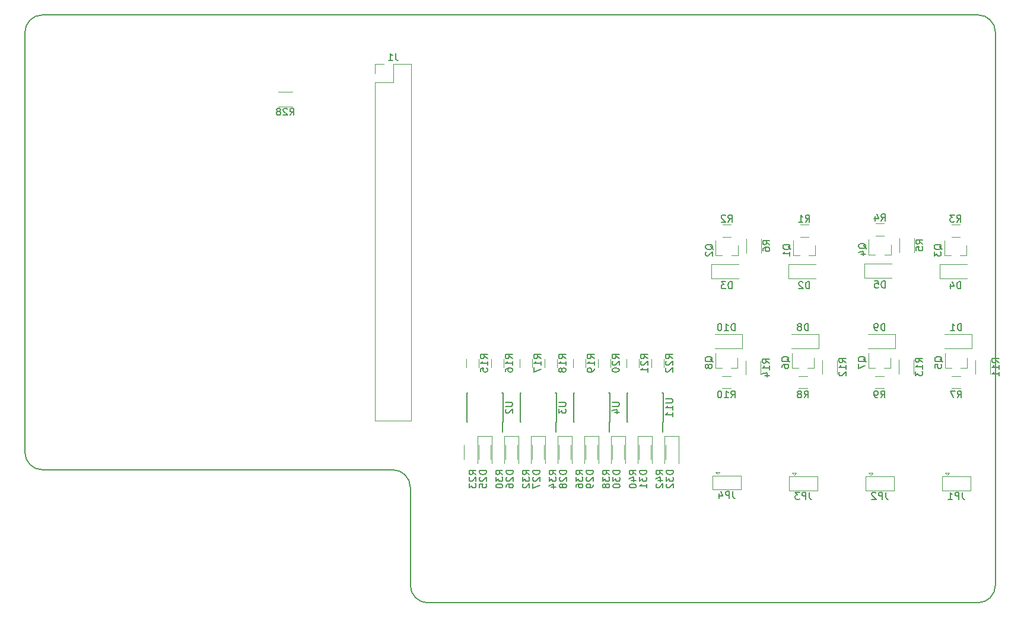
<source format=gbr>
%TF.GenerationSoftware,KiCad,Pcbnew,5.0.1*%
%TF.CreationDate,2019-01-21T13:20:35+01:00*%
%TF.ProjectId,PowerCommander,506F776572436F6D6D616E6465722E6B,rev?*%
%TF.SameCoordinates,Original*%
%TF.FileFunction,Legend,Bot*%
%TF.FilePolarity,Positive*%
%FSLAX46Y46*%
G04 Gerber Fmt 4.6, Leading zero omitted, Abs format (unit mm)*
G04 Created by KiCad (PCBNEW 5.0.1) date Mon 21 Jan 2019 01:20:35 PM CET*
%MOMM*%
%LPD*%
G01*
G04 APERTURE LIST*
%ADD10C,0.150000*%
%ADD11C,0.120000*%
G04 APERTURE END LIST*
D10*
X85000000Y-97500000D02*
X85000000Y-111500000D01*
X87500000Y-114000000D02*
G75*
G02X85000000Y-111500000I0J2500000D01*
G01*
X82500000Y-95000000D02*
G75*
G02X85000000Y-97500000I0J-2500000D01*
G01*
X32500000Y-95000000D02*
X82500000Y-95000000D01*
X166000000Y-30000000D02*
G75*
G02X168500000Y-32500000I0J-2500000D01*
G01*
X168500000Y-111500000D02*
G75*
G02X166000000Y-114000000I-2500000J0D01*
G01*
X32500000Y-95000000D02*
G75*
G02X30000000Y-92500000I0J2500000D01*
G01*
X30000000Y-32500000D02*
G75*
G02X32500000Y-30000000I2500000J0D01*
G01*
X30000000Y-92500000D02*
X30000000Y-32500000D01*
X166000000Y-114000000D02*
X87500000Y-114000000D01*
X168500000Y-32500000D02*
X168500000Y-111500000D01*
X32500000Y-30000000D02*
X166000000Y-30000000D01*
X121016000Y-88181000D02*
X121016000Y-89581000D01*
X115916000Y-88181000D02*
X115916000Y-84031000D01*
X121066000Y-88181000D02*
X121066000Y-84031000D01*
X115916000Y-88181000D02*
X116061000Y-88181000D01*
X115916000Y-84031000D02*
X116061000Y-84031000D01*
X121066000Y-84031000D02*
X120921000Y-84031000D01*
X121066000Y-88181000D02*
X121016000Y-88181000D01*
D11*
X142804000Y-64387000D02*
X142804000Y-62927000D01*
X139644000Y-64387000D02*
X139644000Y-62227000D01*
X139644000Y-64387000D02*
X140574000Y-64387000D01*
X142804000Y-64387000D02*
X141874000Y-64387000D01*
X131755000Y-64387000D02*
X130825000Y-64387000D01*
X128595000Y-64387000D02*
X129525000Y-64387000D01*
X128595000Y-64387000D02*
X128595000Y-62227000D01*
X131755000Y-64387000D02*
X131755000Y-62927000D01*
X141824000Y-59953000D02*
X140624000Y-59953000D01*
X140624000Y-61713000D02*
X141824000Y-61713000D01*
X129575000Y-61713000D02*
X130775000Y-61713000D01*
X130775000Y-59953000D02*
X129575000Y-59953000D01*
X164394000Y-64387000D02*
X163464000Y-64387000D01*
X161234000Y-64387000D02*
X162164000Y-64387000D01*
X161234000Y-64387000D02*
X161234000Y-62227000D01*
X164394000Y-64387000D02*
X164394000Y-62927000D01*
X153599000Y-64260000D02*
X153599000Y-62800000D01*
X150439000Y-64260000D02*
X150439000Y-62100000D01*
X150439000Y-64260000D02*
X151369000Y-64260000D01*
X153599000Y-64260000D02*
X152669000Y-64260000D01*
X162214000Y-61713000D02*
X163414000Y-61713000D01*
X163414000Y-59953000D02*
X162214000Y-59953000D01*
X152619000Y-59826000D02*
X151419000Y-59826000D01*
X151419000Y-61586000D02*
X152619000Y-61586000D01*
X164473000Y-80452500D02*
X163543000Y-80452500D01*
X161313000Y-80452500D02*
X162243000Y-80452500D01*
X161313000Y-80452500D02*
X161313000Y-78292500D01*
X164473000Y-80452500D02*
X164473000Y-78992500D01*
X142629000Y-80452500D02*
X142629000Y-78992500D01*
X139469000Y-80452500D02*
X139469000Y-78292500D01*
X139469000Y-80452500D02*
X140399000Y-80452500D01*
X142629000Y-80452500D02*
X141699000Y-80452500D01*
X153551000Y-80452500D02*
X153551000Y-78992500D01*
X150391000Y-80452500D02*
X150391000Y-78292500D01*
X150391000Y-80452500D02*
X151321000Y-80452500D01*
X153551000Y-80452500D02*
X152621000Y-80452500D01*
X131707000Y-80452500D02*
X130777000Y-80452500D01*
X128547000Y-80452500D02*
X129477000Y-80452500D01*
X128547000Y-80452500D02*
X128547000Y-78292500D01*
X131707000Y-80452500D02*
X131707000Y-78992500D01*
X162293000Y-83366500D02*
X163493000Y-83366500D01*
X163493000Y-81606500D02*
X162293000Y-81606500D01*
X141649000Y-81606500D02*
X140449000Y-81606500D01*
X140449000Y-83366500D02*
X141649000Y-83366500D01*
X151371000Y-83366500D02*
X152571000Y-83366500D01*
X152571000Y-81606500D02*
X151371000Y-81606500D01*
X130727000Y-81606500D02*
X129527000Y-81606500D01*
X129527000Y-83366500D02*
X130727000Y-83366500D01*
X79950000Y-37024000D02*
X81220000Y-37024000D01*
X79950000Y-38354000D02*
X79950000Y-37024000D01*
X82550000Y-39624000D02*
X79950000Y-39624000D01*
X82550000Y-37024000D02*
X82550000Y-39624000D01*
X85150000Y-37024000D02*
X82550000Y-37024000D01*
X85150000Y-87944000D02*
X85150000Y-37024000D01*
X79950000Y-87944000D02*
X85150000Y-87944000D01*
X79950000Y-39624000D02*
X79950000Y-87944000D01*
X94733000Y-80356000D02*
X94733000Y-79156000D01*
X92973000Y-79156000D02*
X92973000Y-80356000D01*
X96529000Y-79156000D02*
X96529000Y-80356000D01*
X98289000Y-80356000D02*
X98289000Y-79156000D01*
X102353000Y-80356000D02*
X102353000Y-79156000D01*
X100593000Y-79156000D02*
X100593000Y-80356000D01*
X104149000Y-79156000D02*
X104149000Y-80356000D01*
X105909000Y-80356000D02*
X105909000Y-79156000D01*
X109973000Y-80356000D02*
X109973000Y-79156000D01*
X108213000Y-79156000D02*
X108213000Y-80356000D01*
X111769000Y-79156000D02*
X111769000Y-80356000D01*
X113529000Y-80356000D02*
X113529000Y-79156000D01*
X117593000Y-80356000D02*
X117593000Y-79156000D01*
X115833000Y-79156000D02*
X115833000Y-80356000D01*
X121149000Y-80356000D02*
X121149000Y-79156000D01*
X119389000Y-79156000D02*
X119389000Y-80356000D01*
D10*
X98206000Y-88181000D02*
X98156000Y-88181000D01*
X98206000Y-84031000D02*
X98061000Y-84031000D01*
X93056000Y-84031000D02*
X93201000Y-84031000D01*
X93056000Y-88181000D02*
X93201000Y-88181000D01*
X98206000Y-88181000D02*
X98206000Y-84031000D01*
X93056000Y-88181000D02*
X93056000Y-84031000D01*
X98156000Y-88181000D02*
X98156000Y-89581000D01*
X105776000Y-88181000D02*
X105776000Y-89581000D01*
X100676000Y-88181000D02*
X100676000Y-84031000D01*
X105826000Y-88181000D02*
X105826000Y-84031000D01*
X100676000Y-88181000D02*
X100821000Y-88181000D01*
X100676000Y-84031000D02*
X100821000Y-84031000D01*
X105826000Y-84031000D02*
X105681000Y-84031000D01*
X105826000Y-88181000D02*
X105776000Y-88181000D01*
X113446000Y-88181000D02*
X113396000Y-88181000D01*
X113446000Y-84031000D02*
X113301000Y-84031000D01*
X108296000Y-84031000D02*
X108441000Y-84031000D01*
X108296000Y-88181000D02*
X108441000Y-88181000D01*
X113446000Y-88181000D02*
X113446000Y-84031000D01*
X108296000Y-88181000D02*
X108296000Y-84031000D01*
X113396000Y-88181000D02*
X113396000Y-89581000D01*
D11*
X160891000Y-97964500D02*
X164991000Y-97964500D01*
X164991000Y-97964500D02*
X164991000Y-95964500D01*
X164991000Y-95964500D02*
X160891000Y-95964500D01*
X160891000Y-95964500D02*
X160891000Y-97964500D01*
X161641000Y-95764500D02*
X161341000Y-95464500D01*
X161341000Y-95464500D02*
X161941000Y-95464500D01*
X161641000Y-95764500D02*
X161941000Y-95464500D01*
X150719000Y-95764500D02*
X151019000Y-95464500D01*
X150419000Y-95464500D02*
X151019000Y-95464500D01*
X150719000Y-95764500D02*
X150419000Y-95464500D01*
X149969000Y-95964500D02*
X149969000Y-97964500D01*
X154069000Y-95964500D02*
X149969000Y-95964500D01*
X154069000Y-97964500D02*
X154069000Y-95964500D01*
X149969000Y-97964500D02*
X154069000Y-97964500D01*
X139797000Y-95764500D02*
X140097000Y-95464500D01*
X139497000Y-95464500D02*
X140097000Y-95464500D01*
X139797000Y-95764500D02*
X139497000Y-95464500D01*
X139047000Y-95964500D02*
X139047000Y-97964500D01*
X143147000Y-95964500D02*
X139047000Y-95964500D01*
X143147000Y-97964500D02*
X143147000Y-95964500D01*
X139047000Y-97964500D02*
X143147000Y-97964500D01*
X128125000Y-97837500D02*
X132225000Y-97837500D01*
X132225000Y-97837500D02*
X132225000Y-95837500D01*
X132225000Y-95837500D02*
X128125000Y-95837500D01*
X128125000Y-95837500D02*
X128125000Y-97837500D01*
X128875000Y-95637500D02*
X128575000Y-95337500D01*
X128575000Y-95337500D02*
X129175000Y-95337500D01*
X128875000Y-95637500D02*
X129175000Y-95337500D01*
X94631000Y-90205000D02*
X94631000Y-94105000D01*
X96631000Y-90205000D02*
X96631000Y-94105000D01*
X94631000Y-90205000D02*
X96631000Y-90205000D01*
X98441000Y-90207000D02*
X100441000Y-90207000D01*
X100441000Y-90207000D02*
X100441000Y-94107000D01*
X98441000Y-90207000D02*
X98441000Y-94107000D01*
X102251000Y-90207000D02*
X102251000Y-94107000D01*
X104251000Y-90207000D02*
X104251000Y-94107000D01*
X102251000Y-90207000D02*
X104251000Y-90207000D01*
X106061000Y-90207000D02*
X106061000Y-94107000D01*
X108061000Y-90207000D02*
X108061000Y-94107000D01*
X106061000Y-90207000D02*
X108061000Y-90207000D01*
X109871000Y-90207000D02*
X111871000Y-90207000D01*
X111871000Y-90207000D02*
X111871000Y-94107000D01*
X109871000Y-90207000D02*
X109871000Y-94107000D01*
X113681000Y-90207000D02*
X115681000Y-90207000D01*
X115681000Y-90207000D02*
X115681000Y-94107000D01*
X113681000Y-90207000D02*
X113681000Y-94107000D01*
X117491000Y-90205000D02*
X117491000Y-94105000D01*
X119491000Y-90205000D02*
X119491000Y-94105000D01*
X117491000Y-90205000D02*
X119491000Y-90205000D01*
X121301000Y-90207000D02*
X123301000Y-90207000D01*
X123301000Y-90207000D02*
X123301000Y-94107000D01*
X121301000Y-90207000D02*
X121301000Y-94107000D01*
X92656000Y-91456000D02*
X92656000Y-93456000D01*
X94796000Y-93456000D02*
X94796000Y-91456000D01*
X68183000Y-40967000D02*
X66183000Y-40967000D01*
X66183000Y-43107000D02*
X68183000Y-43107000D01*
X96466000Y-91456000D02*
X96466000Y-93456000D01*
X98606000Y-93456000D02*
X98606000Y-91456000D01*
X100276000Y-91456000D02*
X100276000Y-93456000D01*
X102416000Y-93456000D02*
X102416000Y-91456000D01*
X106226000Y-93456000D02*
X106226000Y-91456000D01*
X104086000Y-91456000D02*
X104086000Y-93456000D01*
X110036000Y-93456000D02*
X110036000Y-91456000D01*
X107896000Y-91456000D02*
X107896000Y-93456000D01*
X113846000Y-93456000D02*
X113846000Y-91456000D01*
X111706000Y-91456000D02*
X111706000Y-93456000D01*
X117656000Y-93456000D02*
X117656000Y-91456000D01*
X115516000Y-91456000D02*
X115516000Y-93456000D01*
X119326000Y-91456000D02*
X119326000Y-93456000D01*
X121466000Y-93456000D02*
X121466000Y-91456000D01*
X165143000Y-75644500D02*
X161243000Y-75644500D01*
X165143000Y-77644500D02*
X161243000Y-77644500D01*
X165143000Y-75644500D02*
X165143000Y-77644500D01*
X138974000Y-67675000D02*
X142874000Y-67675000D01*
X138974000Y-65675000D02*
X142874000Y-65675000D01*
X138974000Y-67675000D02*
X138974000Y-65675000D01*
X127925000Y-67675000D02*
X127925000Y-65675000D01*
X127925000Y-65675000D02*
X131825000Y-65675000D01*
X127925000Y-67675000D02*
X131825000Y-67675000D01*
X160564000Y-67675000D02*
X164464000Y-67675000D01*
X160564000Y-65675000D02*
X164464000Y-65675000D01*
X160564000Y-67675000D02*
X160564000Y-65675000D01*
X149769000Y-67548000D02*
X149769000Y-65548000D01*
X149769000Y-65548000D02*
X153669000Y-65548000D01*
X149769000Y-67548000D02*
X153669000Y-67548000D01*
X143299000Y-75644500D02*
X139399000Y-75644500D01*
X143299000Y-77644500D02*
X139399000Y-77644500D01*
X143299000Y-75644500D02*
X143299000Y-77644500D01*
X154221000Y-75644500D02*
X154221000Y-77644500D01*
X154221000Y-77644500D02*
X150321000Y-77644500D01*
X154221000Y-75644500D02*
X150321000Y-75644500D01*
X132377000Y-75644500D02*
X132377000Y-77644500D01*
X132377000Y-77644500D02*
X128477000Y-77644500D01*
X132377000Y-75644500D02*
X128477000Y-75644500D01*
X156899000Y-63918000D02*
X156899000Y-61918000D01*
X154759000Y-61918000D02*
X154759000Y-63918000D01*
X132915000Y-61992000D02*
X132915000Y-63992000D01*
X135055000Y-63992000D02*
X135055000Y-61992000D01*
X165633000Y-79327500D02*
X165633000Y-81327500D01*
X167773000Y-81327500D02*
X167773000Y-79327500D01*
X145929000Y-81327500D02*
X145929000Y-79327500D01*
X143789000Y-79327500D02*
X143789000Y-81327500D01*
X154711000Y-79280500D02*
X154711000Y-81280500D01*
X156851000Y-81280500D02*
X156851000Y-79280500D01*
X135007000Y-81407500D02*
X135007000Y-79407500D01*
X132867000Y-79407500D02*
X132867000Y-81407500D01*
D10*
X121443380Y-84867904D02*
X122252904Y-84867904D01*
X122348142Y-84915523D01*
X122395761Y-84963142D01*
X122443380Y-85058380D01*
X122443380Y-85248857D01*
X122395761Y-85344095D01*
X122348142Y-85391714D01*
X122252904Y-85439333D01*
X121443380Y-85439333D01*
X122443380Y-86439333D02*
X122443380Y-85867904D01*
X122443380Y-86153619D02*
X121443380Y-86153619D01*
X121586238Y-86058380D01*
X121681476Y-85963142D01*
X121729095Y-85867904D01*
X122443380Y-87391714D02*
X122443380Y-86820285D01*
X122443380Y-87106000D02*
X121443380Y-87106000D01*
X121586238Y-87010761D01*
X121681476Y-86915523D01*
X121729095Y-86820285D01*
X139271619Y-63531761D02*
X139224000Y-63436523D01*
X139128761Y-63341285D01*
X138985904Y-63198428D01*
X138938285Y-63103190D01*
X138938285Y-63007952D01*
X139176380Y-63055571D02*
X139128761Y-62960333D01*
X139033523Y-62865095D01*
X138843047Y-62817476D01*
X138509714Y-62817476D01*
X138319238Y-62865095D01*
X138224000Y-62960333D01*
X138176380Y-63055571D01*
X138176380Y-63246047D01*
X138224000Y-63341285D01*
X138319238Y-63436523D01*
X138509714Y-63484142D01*
X138843047Y-63484142D01*
X139033523Y-63436523D01*
X139128761Y-63341285D01*
X139176380Y-63246047D01*
X139176380Y-63055571D01*
X139176380Y-64436523D02*
X139176380Y-63865095D01*
X139176380Y-64150809D02*
X138176380Y-64150809D01*
X138319238Y-64055571D01*
X138414476Y-63960333D01*
X138462095Y-63865095D01*
X128222619Y-63531761D02*
X128175000Y-63436523D01*
X128079761Y-63341285D01*
X127936904Y-63198428D01*
X127889285Y-63103190D01*
X127889285Y-63007952D01*
X128127380Y-63055571D02*
X128079761Y-62960333D01*
X127984523Y-62865095D01*
X127794047Y-62817476D01*
X127460714Y-62817476D01*
X127270238Y-62865095D01*
X127175000Y-62960333D01*
X127127380Y-63055571D01*
X127127380Y-63246047D01*
X127175000Y-63341285D01*
X127270238Y-63436523D01*
X127460714Y-63484142D01*
X127794047Y-63484142D01*
X127984523Y-63436523D01*
X128079761Y-63341285D01*
X128127380Y-63246047D01*
X128127380Y-63055571D01*
X127222619Y-63865095D02*
X127175000Y-63912714D01*
X127127380Y-64007952D01*
X127127380Y-64246047D01*
X127175000Y-64341285D01*
X127222619Y-64388904D01*
X127317857Y-64436523D01*
X127413095Y-64436523D01*
X127555952Y-64388904D01*
X128127380Y-63817476D01*
X128127380Y-64436523D01*
X141390666Y-59585380D02*
X141724000Y-59109190D01*
X141962095Y-59585380D02*
X141962095Y-58585380D01*
X141581142Y-58585380D01*
X141485904Y-58633000D01*
X141438285Y-58680619D01*
X141390666Y-58775857D01*
X141390666Y-58918714D01*
X141438285Y-59013952D01*
X141485904Y-59061571D01*
X141581142Y-59109190D01*
X141962095Y-59109190D01*
X140438285Y-59585380D02*
X141009714Y-59585380D01*
X140724000Y-59585380D02*
X140724000Y-58585380D01*
X140819238Y-58728238D01*
X140914476Y-58823476D01*
X141009714Y-58871095D01*
X130341666Y-59585380D02*
X130675000Y-59109190D01*
X130913095Y-59585380D02*
X130913095Y-58585380D01*
X130532142Y-58585380D01*
X130436904Y-58633000D01*
X130389285Y-58680619D01*
X130341666Y-58775857D01*
X130341666Y-58918714D01*
X130389285Y-59013952D01*
X130436904Y-59061571D01*
X130532142Y-59109190D01*
X130913095Y-59109190D01*
X129960714Y-58680619D02*
X129913095Y-58633000D01*
X129817857Y-58585380D01*
X129579761Y-58585380D01*
X129484523Y-58633000D01*
X129436904Y-58680619D01*
X129389285Y-58775857D01*
X129389285Y-58871095D01*
X129436904Y-59013952D01*
X130008333Y-59585380D01*
X129389285Y-59585380D01*
X160861619Y-63531761D02*
X160814000Y-63436523D01*
X160718761Y-63341285D01*
X160575904Y-63198428D01*
X160528285Y-63103190D01*
X160528285Y-63007952D01*
X160766380Y-63055571D02*
X160718761Y-62960333D01*
X160623523Y-62865095D01*
X160433047Y-62817476D01*
X160099714Y-62817476D01*
X159909238Y-62865095D01*
X159814000Y-62960333D01*
X159766380Y-63055571D01*
X159766380Y-63246047D01*
X159814000Y-63341285D01*
X159909238Y-63436523D01*
X160099714Y-63484142D01*
X160433047Y-63484142D01*
X160623523Y-63436523D01*
X160718761Y-63341285D01*
X160766380Y-63246047D01*
X160766380Y-63055571D01*
X159766380Y-63817476D02*
X159766380Y-64436523D01*
X160147333Y-64103190D01*
X160147333Y-64246047D01*
X160194952Y-64341285D01*
X160242571Y-64388904D01*
X160337809Y-64436523D01*
X160575904Y-64436523D01*
X160671142Y-64388904D01*
X160718761Y-64341285D01*
X160766380Y-64246047D01*
X160766380Y-63960333D01*
X160718761Y-63865095D01*
X160671142Y-63817476D01*
X150066619Y-63404761D02*
X150019000Y-63309523D01*
X149923761Y-63214285D01*
X149780904Y-63071428D01*
X149733285Y-62976190D01*
X149733285Y-62880952D01*
X149971380Y-62928571D02*
X149923761Y-62833333D01*
X149828523Y-62738095D01*
X149638047Y-62690476D01*
X149304714Y-62690476D01*
X149114238Y-62738095D01*
X149019000Y-62833333D01*
X148971380Y-62928571D01*
X148971380Y-63119047D01*
X149019000Y-63214285D01*
X149114238Y-63309523D01*
X149304714Y-63357142D01*
X149638047Y-63357142D01*
X149828523Y-63309523D01*
X149923761Y-63214285D01*
X149971380Y-63119047D01*
X149971380Y-62928571D01*
X149304714Y-64214285D02*
X149971380Y-64214285D01*
X148923761Y-63976190D02*
X149638047Y-63738095D01*
X149638047Y-64357142D01*
X162980666Y-59585380D02*
X163314000Y-59109190D01*
X163552095Y-59585380D02*
X163552095Y-58585380D01*
X163171142Y-58585380D01*
X163075904Y-58633000D01*
X163028285Y-58680619D01*
X162980666Y-58775857D01*
X162980666Y-58918714D01*
X163028285Y-59013952D01*
X163075904Y-59061571D01*
X163171142Y-59109190D01*
X163552095Y-59109190D01*
X162647333Y-58585380D02*
X162028285Y-58585380D01*
X162361619Y-58966333D01*
X162218761Y-58966333D01*
X162123523Y-59013952D01*
X162075904Y-59061571D01*
X162028285Y-59156809D01*
X162028285Y-59394904D01*
X162075904Y-59490142D01*
X162123523Y-59537761D01*
X162218761Y-59585380D01*
X162504476Y-59585380D01*
X162599714Y-59537761D01*
X162647333Y-59490142D01*
X152185666Y-59458380D02*
X152519000Y-58982190D01*
X152757095Y-59458380D02*
X152757095Y-58458380D01*
X152376142Y-58458380D01*
X152280904Y-58506000D01*
X152233285Y-58553619D01*
X152185666Y-58648857D01*
X152185666Y-58791714D01*
X152233285Y-58886952D01*
X152280904Y-58934571D01*
X152376142Y-58982190D01*
X152757095Y-58982190D01*
X151328523Y-58791714D02*
X151328523Y-59458380D01*
X151566619Y-58410761D02*
X151804714Y-59125047D01*
X151185666Y-59125047D01*
X160940619Y-79597261D02*
X160893000Y-79502023D01*
X160797761Y-79406785D01*
X160654904Y-79263928D01*
X160607285Y-79168690D01*
X160607285Y-79073452D01*
X160845380Y-79121071D02*
X160797761Y-79025833D01*
X160702523Y-78930595D01*
X160512047Y-78882976D01*
X160178714Y-78882976D01*
X159988238Y-78930595D01*
X159893000Y-79025833D01*
X159845380Y-79121071D01*
X159845380Y-79311547D01*
X159893000Y-79406785D01*
X159988238Y-79502023D01*
X160178714Y-79549642D01*
X160512047Y-79549642D01*
X160702523Y-79502023D01*
X160797761Y-79406785D01*
X160845380Y-79311547D01*
X160845380Y-79121071D01*
X159845380Y-80454404D02*
X159845380Y-79978214D01*
X160321571Y-79930595D01*
X160273952Y-79978214D01*
X160226333Y-80073452D01*
X160226333Y-80311547D01*
X160273952Y-80406785D01*
X160321571Y-80454404D01*
X160416809Y-80502023D01*
X160654904Y-80502023D01*
X160750142Y-80454404D01*
X160797761Y-80406785D01*
X160845380Y-80311547D01*
X160845380Y-80073452D01*
X160797761Y-79978214D01*
X160750142Y-79930595D01*
X139096619Y-79597261D02*
X139049000Y-79502023D01*
X138953761Y-79406785D01*
X138810904Y-79263928D01*
X138763285Y-79168690D01*
X138763285Y-79073452D01*
X139001380Y-79121071D02*
X138953761Y-79025833D01*
X138858523Y-78930595D01*
X138668047Y-78882976D01*
X138334714Y-78882976D01*
X138144238Y-78930595D01*
X138049000Y-79025833D01*
X138001380Y-79121071D01*
X138001380Y-79311547D01*
X138049000Y-79406785D01*
X138144238Y-79502023D01*
X138334714Y-79549642D01*
X138668047Y-79549642D01*
X138858523Y-79502023D01*
X138953761Y-79406785D01*
X139001380Y-79311547D01*
X139001380Y-79121071D01*
X138001380Y-80406785D02*
X138001380Y-80216309D01*
X138049000Y-80121071D01*
X138096619Y-80073452D01*
X138239476Y-79978214D01*
X138429952Y-79930595D01*
X138810904Y-79930595D01*
X138906142Y-79978214D01*
X138953761Y-80025833D01*
X139001380Y-80121071D01*
X139001380Y-80311547D01*
X138953761Y-80406785D01*
X138906142Y-80454404D01*
X138810904Y-80502023D01*
X138572809Y-80502023D01*
X138477571Y-80454404D01*
X138429952Y-80406785D01*
X138382333Y-80311547D01*
X138382333Y-80121071D01*
X138429952Y-80025833D01*
X138477571Y-79978214D01*
X138572809Y-79930595D01*
X150018619Y-79597261D02*
X149971000Y-79502023D01*
X149875761Y-79406785D01*
X149732904Y-79263928D01*
X149685285Y-79168690D01*
X149685285Y-79073452D01*
X149923380Y-79121071D02*
X149875761Y-79025833D01*
X149780523Y-78930595D01*
X149590047Y-78882976D01*
X149256714Y-78882976D01*
X149066238Y-78930595D01*
X148971000Y-79025833D01*
X148923380Y-79121071D01*
X148923380Y-79311547D01*
X148971000Y-79406785D01*
X149066238Y-79502023D01*
X149256714Y-79549642D01*
X149590047Y-79549642D01*
X149780523Y-79502023D01*
X149875761Y-79406785D01*
X149923380Y-79311547D01*
X149923380Y-79121071D01*
X148923380Y-79882976D02*
X148923380Y-80549642D01*
X149923380Y-80121071D01*
X128174619Y-79597261D02*
X128127000Y-79502023D01*
X128031761Y-79406785D01*
X127888904Y-79263928D01*
X127841285Y-79168690D01*
X127841285Y-79073452D01*
X128079380Y-79121071D02*
X128031761Y-79025833D01*
X127936523Y-78930595D01*
X127746047Y-78882976D01*
X127412714Y-78882976D01*
X127222238Y-78930595D01*
X127127000Y-79025833D01*
X127079380Y-79121071D01*
X127079380Y-79311547D01*
X127127000Y-79406785D01*
X127222238Y-79502023D01*
X127412714Y-79549642D01*
X127746047Y-79549642D01*
X127936523Y-79502023D01*
X128031761Y-79406785D01*
X128079380Y-79311547D01*
X128079380Y-79121071D01*
X127507952Y-80121071D02*
X127460333Y-80025833D01*
X127412714Y-79978214D01*
X127317476Y-79930595D01*
X127269857Y-79930595D01*
X127174619Y-79978214D01*
X127127000Y-80025833D01*
X127079380Y-80121071D01*
X127079380Y-80311547D01*
X127127000Y-80406785D01*
X127174619Y-80454404D01*
X127269857Y-80502023D01*
X127317476Y-80502023D01*
X127412714Y-80454404D01*
X127460333Y-80406785D01*
X127507952Y-80311547D01*
X127507952Y-80121071D01*
X127555571Y-80025833D01*
X127603190Y-79978214D01*
X127698428Y-79930595D01*
X127888904Y-79930595D01*
X127984142Y-79978214D01*
X128031761Y-80025833D01*
X128079380Y-80121071D01*
X128079380Y-80311547D01*
X128031761Y-80406785D01*
X127984142Y-80454404D01*
X127888904Y-80502023D01*
X127698428Y-80502023D01*
X127603190Y-80454404D01*
X127555571Y-80406785D01*
X127507952Y-80311547D01*
X163059666Y-84716880D02*
X163393000Y-84240690D01*
X163631095Y-84716880D02*
X163631095Y-83716880D01*
X163250142Y-83716880D01*
X163154904Y-83764500D01*
X163107285Y-83812119D01*
X163059666Y-83907357D01*
X163059666Y-84050214D01*
X163107285Y-84145452D01*
X163154904Y-84193071D01*
X163250142Y-84240690D01*
X163631095Y-84240690D01*
X162726333Y-83716880D02*
X162059666Y-83716880D01*
X162488238Y-84716880D01*
X141215666Y-84716880D02*
X141549000Y-84240690D01*
X141787095Y-84716880D02*
X141787095Y-83716880D01*
X141406142Y-83716880D01*
X141310904Y-83764500D01*
X141263285Y-83812119D01*
X141215666Y-83907357D01*
X141215666Y-84050214D01*
X141263285Y-84145452D01*
X141310904Y-84193071D01*
X141406142Y-84240690D01*
X141787095Y-84240690D01*
X140644238Y-84145452D02*
X140739476Y-84097833D01*
X140787095Y-84050214D01*
X140834714Y-83954976D01*
X140834714Y-83907357D01*
X140787095Y-83812119D01*
X140739476Y-83764500D01*
X140644238Y-83716880D01*
X140453761Y-83716880D01*
X140358523Y-83764500D01*
X140310904Y-83812119D01*
X140263285Y-83907357D01*
X140263285Y-83954976D01*
X140310904Y-84050214D01*
X140358523Y-84097833D01*
X140453761Y-84145452D01*
X140644238Y-84145452D01*
X140739476Y-84193071D01*
X140787095Y-84240690D01*
X140834714Y-84335928D01*
X140834714Y-84526404D01*
X140787095Y-84621642D01*
X140739476Y-84669261D01*
X140644238Y-84716880D01*
X140453761Y-84716880D01*
X140358523Y-84669261D01*
X140310904Y-84621642D01*
X140263285Y-84526404D01*
X140263285Y-84335928D01*
X140310904Y-84240690D01*
X140358523Y-84193071D01*
X140453761Y-84145452D01*
X152137666Y-84716880D02*
X152471000Y-84240690D01*
X152709095Y-84716880D02*
X152709095Y-83716880D01*
X152328142Y-83716880D01*
X152232904Y-83764500D01*
X152185285Y-83812119D01*
X152137666Y-83907357D01*
X152137666Y-84050214D01*
X152185285Y-84145452D01*
X152232904Y-84193071D01*
X152328142Y-84240690D01*
X152709095Y-84240690D01*
X151661476Y-84716880D02*
X151471000Y-84716880D01*
X151375761Y-84669261D01*
X151328142Y-84621642D01*
X151232904Y-84478785D01*
X151185285Y-84288309D01*
X151185285Y-83907357D01*
X151232904Y-83812119D01*
X151280523Y-83764500D01*
X151375761Y-83716880D01*
X151566238Y-83716880D01*
X151661476Y-83764500D01*
X151709095Y-83812119D01*
X151756714Y-83907357D01*
X151756714Y-84145452D01*
X151709095Y-84240690D01*
X151661476Y-84288309D01*
X151566238Y-84335928D01*
X151375761Y-84335928D01*
X151280523Y-84288309D01*
X151232904Y-84240690D01*
X151185285Y-84145452D01*
X130769857Y-84716880D02*
X131103190Y-84240690D01*
X131341285Y-84716880D02*
X131341285Y-83716880D01*
X130960333Y-83716880D01*
X130865095Y-83764500D01*
X130817476Y-83812119D01*
X130769857Y-83907357D01*
X130769857Y-84050214D01*
X130817476Y-84145452D01*
X130865095Y-84193071D01*
X130960333Y-84240690D01*
X131341285Y-84240690D01*
X129817476Y-84716880D02*
X130388904Y-84716880D01*
X130103190Y-84716880D02*
X130103190Y-83716880D01*
X130198428Y-83859738D01*
X130293666Y-83954976D01*
X130388904Y-84002595D01*
X129198428Y-83716880D02*
X129103190Y-83716880D01*
X129007952Y-83764500D01*
X128960333Y-83812119D01*
X128912714Y-83907357D01*
X128865095Y-84097833D01*
X128865095Y-84335928D01*
X128912714Y-84526404D01*
X128960333Y-84621642D01*
X129007952Y-84669261D01*
X129103190Y-84716880D01*
X129198428Y-84716880D01*
X129293666Y-84669261D01*
X129341285Y-84621642D01*
X129388904Y-84526404D01*
X129436523Y-84335928D01*
X129436523Y-84097833D01*
X129388904Y-83907357D01*
X129341285Y-83812119D01*
X129293666Y-83764500D01*
X129198428Y-83716880D01*
X82883333Y-35476380D02*
X82883333Y-36190666D01*
X82930952Y-36333523D01*
X83026190Y-36428761D01*
X83169047Y-36476380D01*
X83264285Y-36476380D01*
X81883333Y-36476380D02*
X82454761Y-36476380D01*
X82169047Y-36476380D02*
X82169047Y-35476380D01*
X82264285Y-35619238D01*
X82359523Y-35714476D01*
X82454761Y-35762095D01*
X96005380Y-79113142D02*
X95529190Y-78779809D01*
X96005380Y-78541714D02*
X95005380Y-78541714D01*
X95005380Y-78922666D01*
X95053000Y-79017904D01*
X95100619Y-79065523D01*
X95195857Y-79113142D01*
X95338714Y-79113142D01*
X95433952Y-79065523D01*
X95481571Y-79017904D01*
X95529190Y-78922666D01*
X95529190Y-78541714D01*
X96005380Y-80065523D02*
X96005380Y-79494095D01*
X96005380Y-79779809D02*
X95005380Y-79779809D01*
X95148238Y-79684571D01*
X95243476Y-79589333D01*
X95291095Y-79494095D01*
X95005380Y-80970285D02*
X95005380Y-80494095D01*
X95481571Y-80446476D01*
X95433952Y-80494095D01*
X95386333Y-80589333D01*
X95386333Y-80827428D01*
X95433952Y-80922666D01*
X95481571Y-80970285D01*
X95576809Y-81017904D01*
X95814904Y-81017904D01*
X95910142Y-80970285D01*
X95957761Y-80922666D01*
X96005380Y-80827428D01*
X96005380Y-80589333D01*
X95957761Y-80494095D01*
X95910142Y-80446476D01*
X99561380Y-79113142D02*
X99085190Y-78779809D01*
X99561380Y-78541714D02*
X98561380Y-78541714D01*
X98561380Y-78922666D01*
X98609000Y-79017904D01*
X98656619Y-79065523D01*
X98751857Y-79113142D01*
X98894714Y-79113142D01*
X98989952Y-79065523D01*
X99037571Y-79017904D01*
X99085190Y-78922666D01*
X99085190Y-78541714D01*
X99561380Y-80065523D02*
X99561380Y-79494095D01*
X99561380Y-79779809D02*
X98561380Y-79779809D01*
X98704238Y-79684571D01*
X98799476Y-79589333D01*
X98847095Y-79494095D01*
X98561380Y-80922666D02*
X98561380Y-80732190D01*
X98609000Y-80636952D01*
X98656619Y-80589333D01*
X98799476Y-80494095D01*
X98989952Y-80446476D01*
X99370904Y-80446476D01*
X99466142Y-80494095D01*
X99513761Y-80541714D01*
X99561380Y-80636952D01*
X99561380Y-80827428D01*
X99513761Y-80922666D01*
X99466142Y-80970285D01*
X99370904Y-81017904D01*
X99132809Y-81017904D01*
X99037571Y-80970285D01*
X98989952Y-80922666D01*
X98942333Y-80827428D01*
X98942333Y-80636952D01*
X98989952Y-80541714D01*
X99037571Y-80494095D01*
X99132809Y-80446476D01*
X103625380Y-79113142D02*
X103149190Y-78779809D01*
X103625380Y-78541714D02*
X102625380Y-78541714D01*
X102625380Y-78922666D01*
X102673000Y-79017904D01*
X102720619Y-79065523D01*
X102815857Y-79113142D01*
X102958714Y-79113142D01*
X103053952Y-79065523D01*
X103101571Y-79017904D01*
X103149190Y-78922666D01*
X103149190Y-78541714D01*
X103625380Y-80065523D02*
X103625380Y-79494095D01*
X103625380Y-79779809D02*
X102625380Y-79779809D01*
X102768238Y-79684571D01*
X102863476Y-79589333D01*
X102911095Y-79494095D01*
X102625380Y-80398857D02*
X102625380Y-81065523D01*
X103625380Y-80636952D01*
X107181380Y-79113142D02*
X106705190Y-78779809D01*
X107181380Y-78541714D02*
X106181380Y-78541714D01*
X106181380Y-78922666D01*
X106229000Y-79017904D01*
X106276619Y-79065523D01*
X106371857Y-79113142D01*
X106514714Y-79113142D01*
X106609952Y-79065523D01*
X106657571Y-79017904D01*
X106705190Y-78922666D01*
X106705190Y-78541714D01*
X107181380Y-80065523D02*
X107181380Y-79494095D01*
X107181380Y-79779809D02*
X106181380Y-79779809D01*
X106324238Y-79684571D01*
X106419476Y-79589333D01*
X106467095Y-79494095D01*
X106609952Y-80636952D02*
X106562333Y-80541714D01*
X106514714Y-80494095D01*
X106419476Y-80446476D01*
X106371857Y-80446476D01*
X106276619Y-80494095D01*
X106229000Y-80541714D01*
X106181380Y-80636952D01*
X106181380Y-80827428D01*
X106229000Y-80922666D01*
X106276619Y-80970285D01*
X106371857Y-81017904D01*
X106419476Y-81017904D01*
X106514714Y-80970285D01*
X106562333Y-80922666D01*
X106609952Y-80827428D01*
X106609952Y-80636952D01*
X106657571Y-80541714D01*
X106705190Y-80494095D01*
X106800428Y-80446476D01*
X106990904Y-80446476D01*
X107086142Y-80494095D01*
X107133761Y-80541714D01*
X107181380Y-80636952D01*
X107181380Y-80827428D01*
X107133761Y-80922666D01*
X107086142Y-80970285D01*
X106990904Y-81017904D01*
X106800428Y-81017904D01*
X106705190Y-80970285D01*
X106657571Y-80922666D01*
X106609952Y-80827428D01*
X111245380Y-79113142D02*
X110769190Y-78779809D01*
X111245380Y-78541714D02*
X110245380Y-78541714D01*
X110245380Y-78922666D01*
X110293000Y-79017904D01*
X110340619Y-79065523D01*
X110435857Y-79113142D01*
X110578714Y-79113142D01*
X110673952Y-79065523D01*
X110721571Y-79017904D01*
X110769190Y-78922666D01*
X110769190Y-78541714D01*
X111245380Y-80065523D02*
X111245380Y-79494095D01*
X111245380Y-79779809D02*
X110245380Y-79779809D01*
X110388238Y-79684571D01*
X110483476Y-79589333D01*
X110531095Y-79494095D01*
X111245380Y-80541714D02*
X111245380Y-80732190D01*
X111197761Y-80827428D01*
X111150142Y-80875047D01*
X111007285Y-80970285D01*
X110816809Y-81017904D01*
X110435857Y-81017904D01*
X110340619Y-80970285D01*
X110293000Y-80922666D01*
X110245380Y-80827428D01*
X110245380Y-80636952D01*
X110293000Y-80541714D01*
X110340619Y-80494095D01*
X110435857Y-80446476D01*
X110673952Y-80446476D01*
X110769190Y-80494095D01*
X110816809Y-80541714D01*
X110864428Y-80636952D01*
X110864428Y-80827428D01*
X110816809Y-80922666D01*
X110769190Y-80970285D01*
X110673952Y-81017904D01*
X114801380Y-79113142D02*
X114325190Y-78779809D01*
X114801380Y-78541714D02*
X113801380Y-78541714D01*
X113801380Y-78922666D01*
X113849000Y-79017904D01*
X113896619Y-79065523D01*
X113991857Y-79113142D01*
X114134714Y-79113142D01*
X114229952Y-79065523D01*
X114277571Y-79017904D01*
X114325190Y-78922666D01*
X114325190Y-78541714D01*
X113896619Y-79494095D02*
X113849000Y-79541714D01*
X113801380Y-79636952D01*
X113801380Y-79875047D01*
X113849000Y-79970285D01*
X113896619Y-80017904D01*
X113991857Y-80065523D01*
X114087095Y-80065523D01*
X114229952Y-80017904D01*
X114801380Y-79446476D01*
X114801380Y-80065523D01*
X113801380Y-80684571D02*
X113801380Y-80779809D01*
X113849000Y-80875047D01*
X113896619Y-80922666D01*
X113991857Y-80970285D01*
X114182333Y-81017904D01*
X114420428Y-81017904D01*
X114610904Y-80970285D01*
X114706142Y-80922666D01*
X114753761Y-80875047D01*
X114801380Y-80779809D01*
X114801380Y-80684571D01*
X114753761Y-80589333D01*
X114706142Y-80541714D01*
X114610904Y-80494095D01*
X114420428Y-80446476D01*
X114182333Y-80446476D01*
X113991857Y-80494095D01*
X113896619Y-80541714D01*
X113849000Y-80589333D01*
X113801380Y-80684571D01*
X118865380Y-79113142D02*
X118389190Y-78779809D01*
X118865380Y-78541714D02*
X117865380Y-78541714D01*
X117865380Y-78922666D01*
X117913000Y-79017904D01*
X117960619Y-79065523D01*
X118055857Y-79113142D01*
X118198714Y-79113142D01*
X118293952Y-79065523D01*
X118341571Y-79017904D01*
X118389190Y-78922666D01*
X118389190Y-78541714D01*
X117960619Y-79494095D02*
X117913000Y-79541714D01*
X117865380Y-79636952D01*
X117865380Y-79875047D01*
X117913000Y-79970285D01*
X117960619Y-80017904D01*
X118055857Y-80065523D01*
X118151095Y-80065523D01*
X118293952Y-80017904D01*
X118865380Y-79446476D01*
X118865380Y-80065523D01*
X118865380Y-81017904D02*
X118865380Y-80446476D01*
X118865380Y-80732190D02*
X117865380Y-80732190D01*
X118008238Y-80636952D01*
X118103476Y-80541714D01*
X118151095Y-80446476D01*
X122421380Y-79113142D02*
X121945190Y-78779809D01*
X122421380Y-78541714D02*
X121421380Y-78541714D01*
X121421380Y-78922666D01*
X121469000Y-79017904D01*
X121516619Y-79065523D01*
X121611857Y-79113142D01*
X121754714Y-79113142D01*
X121849952Y-79065523D01*
X121897571Y-79017904D01*
X121945190Y-78922666D01*
X121945190Y-78541714D01*
X121516619Y-79494095D02*
X121469000Y-79541714D01*
X121421380Y-79636952D01*
X121421380Y-79875047D01*
X121469000Y-79970285D01*
X121516619Y-80017904D01*
X121611857Y-80065523D01*
X121707095Y-80065523D01*
X121849952Y-80017904D01*
X122421380Y-79446476D01*
X122421380Y-80065523D01*
X121516619Y-80446476D02*
X121469000Y-80494095D01*
X121421380Y-80589333D01*
X121421380Y-80827428D01*
X121469000Y-80922666D01*
X121516619Y-80970285D01*
X121611857Y-81017904D01*
X121707095Y-81017904D01*
X121849952Y-80970285D01*
X122421380Y-80398857D01*
X122421380Y-81017904D01*
X98583380Y-85344095D02*
X99392904Y-85344095D01*
X99488142Y-85391714D01*
X99535761Y-85439333D01*
X99583380Y-85534571D01*
X99583380Y-85725047D01*
X99535761Y-85820285D01*
X99488142Y-85867904D01*
X99392904Y-85915523D01*
X98583380Y-85915523D01*
X98678619Y-86344095D02*
X98631000Y-86391714D01*
X98583380Y-86486952D01*
X98583380Y-86725047D01*
X98631000Y-86820285D01*
X98678619Y-86867904D01*
X98773857Y-86915523D01*
X98869095Y-86915523D01*
X99011952Y-86867904D01*
X99583380Y-86296476D01*
X99583380Y-86915523D01*
X106203380Y-85344095D02*
X107012904Y-85344095D01*
X107108142Y-85391714D01*
X107155761Y-85439333D01*
X107203380Y-85534571D01*
X107203380Y-85725047D01*
X107155761Y-85820285D01*
X107108142Y-85867904D01*
X107012904Y-85915523D01*
X106203380Y-85915523D01*
X106203380Y-86296476D02*
X106203380Y-86915523D01*
X106584333Y-86582190D01*
X106584333Y-86725047D01*
X106631952Y-86820285D01*
X106679571Y-86867904D01*
X106774809Y-86915523D01*
X107012904Y-86915523D01*
X107108142Y-86867904D01*
X107155761Y-86820285D01*
X107203380Y-86725047D01*
X107203380Y-86439333D01*
X107155761Y-86344095D01*
X107108142Y-86296476D01*
X113823380Y-85344095D02*
X114632904Y-85344095D01*
X114728142Y-85391714D01*
X114775761Y-85439333D01*
X114823380Y-85534571D01*
X114823380Y-85725047D01*
X114775761Y-85820285D01*
X114728142Y-85867904D01*
X114632904Y-85915523D01*
X113823380Y-85915523D01*
X114156714Y-86820285D02*
X114823380Y-86820285D01*
X113775761Y-86582190D02*
X114490047Y-86344095D01*
X114490047Y-86963142D01*
X163774333Y-98216880D02*
X163774333Y-98931166D01*
X163821952Y-99074023D01*
X163917190Y-99169261D01*
X164060047Y-99216880D01*
X164155285Y-99216880D01*
X163298142Y-99216880D02*
X163298142Y-98216880D01*
X162917190Y-98216880D01*
X162821952Y-98264500D01*
X162774333Y-98312119D01*
X162726714Y-98407357D01*
X162726714Y-98550214D01*
X162774333Y-98645452D01*
X162821952Y-98693071D01*
X162917190Y-98740690D01*
X163298142Y-98740690D01*
X161774333Y-99216880D02*
X162345761Y-99216880D01*
X162060047Y-99216880D02*
X162060047Y-98216880D01*
X162155285Y-98359738D01*
X162250523Y-98454976D01*
X162345761Y-98502595D01*
X152852333Y-98216880D02*
X152852333Y-98931166D01*
X152899952Y-99074023D01*
X152995190Y-99169261D01*
X153138047Y-99216880D01*
X153233285Y-99216880D01*
X152376142Y-99216880D02*
X152376142Y-98216880D01*
X151995190Y-98216880D01*
X151899952Y-98264500D01*
X151852333Y-98312119D01*
X151804714Y-98407357D01*
X151804714Y-98550214D01*
X151852333Y-98645452D01*
X151899952Y-98693071D01*
X151995190Y-98740690D01*
X152376142Y-98740690D01*
X151423761Y-98312119D02*
X151376142Y-98264500D01*
X151280904Y-98216880D01*
X151042809Y-98216880D01*
X150947571Y-98264500D01*
X150899952Y-98312119D01*
X150852333Y-98407357D01*
X150852333Y-98502595D01*
X150899952Y-98645452D01*
X151471380Y-99216880D01*
X150852333Y-99216880D01*
X141930333Y-98216880D02*
X141930333Y-98931166D01*
X141977952Y-99074023D01*
X142073190Y-99169261D01*
X142216047Y-99216880D01*
X142311285Y-99216880D01*
X141454142Y-99216880D02*
X141454142Y-98216880D01*
X141073190Y-98216880D01*
X140977952Y-98264500D01*
X140930333Y-98312119D01*
X140882714Y-98407357D01*
X140882714Y-98550214D01*
X140930333Y-98645452D01*
X140977952Y-98693071D01*
X141073190Y-98740690D01*
X141454142Y-98740690D01*
X140549380Y-98216880D02*
X139930333Y-98216880D01*
X140263666Y-98597833D01*
X140120809Y-98597833D01*
X140025571Y-98645452D01*
X139977952Y-98693071D01*
X139930333Y-98788309D01*
X139930333Y-99026404D01*
X139977952Y-99121642D01*
X140025571Y-99169261D01*
X140120809Y-99216880D01*
X140406523Y-99216880D01*
X140501761Y-99169261D01*
X140549380Y-99121642D01*
X131008333Y-98089880D02*
X131008333Y-98804166D01*
X131055952Y-98947023D01*
X131151190Y-99042261D01*
X131294047Y-99089880D01*
X131389285Y-99089880D01*
X130532142Y-99089880D02*
X130532142Y-98089880D01*
X130151190Y-98089880D01*
X130055952Y-98137500D01*
X130008333Y-98185119D01*
X129960714Y-98280357D01*
X129960714Y-98423214D01*
X130008333Y-98518452D01*
X130055952Y-98566071D01*
X130151190Y-98613690D01*
X130532142Y-98613690D01*
X129103571Y-98423214D02*
X129103571Y-99089880D01*
X129341666Y-98042261D02*
X129579761Y-98756547D01*
X128960714Y-98756547D01*
X95861380Y-95114214D02*
X94861380Y-95114214D01*
X94861380Y-95352309D01*
X94909000Y-95495166D01*
X95004238Y-95590404D01*
X95099476Y-95638023D01*
X95289952Y-95685642D01*
X95432809Y-95685642D01*
X95623285Y-95638023D01*
X95718523Y-95590404D01*
X95813761Y-95495166D01*
X95861380Y-95352309D01*
X95861380Y-95114214D01*
X94956619Y-96066595D02*
X94909000Y-96114214D01*
X94861380Y-96209452D01*
X94861380Y-96447547D01*
X94909000Y-96542785D01*
X94956619Y-96590404D01*
X95051857Y-96638023D01*
X95147095Y-96638023D01*
X95289952Y-96590404D01*
X95861380Y-96018976D01*
X95861380Y-96638023D01*
X94861380Y-97542785D02*
X94861380Y-97066595D01*
X95337571Y-97018976D01*
X95289952Y-97066595D01*
X95242333Y-97161833D01*
X95242333Y-97399928D01*
X95289952Y-97495166D01*
X95337571Y-97542785D01*
X95432809Y-97590404D01*
X95670904Y-97590404D01*
X95766142Y-97542785D01*
X95813761Y-97495166D01*
X95861380Y-97399928D01*
X95861380Y-97161833D01*
X95813761Y-97066595D01*
X95766142Y-97018976D01*
X99671380Y-95116214D02*
X98671380Y-95116214D01*
X98671380Y-95354309D01*
X98719000Y-95497166D01*
X98814238Y-95592404D01*
X98909476Y-95640023D01*
X99099952Y-95687642D01*
X99242809Y-95687642D01*
X99433285Y-95640023D01*
X99528523Y-95592404D01*
X99623761Y-95497166D01*
X99671380Y-95354309D01*
X99671380Y-95116214D01*
X98766619Y-96068595D02*
X98719000Y-96116214D01*
X98671380Y-96211452D01*
X98671380Y-96449547D01*
X98719000Y-96544785D01*
X98766619Y-96592404D01*
X98861857Y-96640023D01*
X98957095Y-96640023D01*
X99099952Y-96592404D01*
X99671380Y-96020976D01*
X99671380Y-96640023D01*
X98671380Y-97497166D02*
X98671380Y-97306690D01*
X98719000Y-97211452D01*
X98766619Y-97163833D01*
X98909476Y-97068595D01*
X99099952Y-97020976D01*
X99480904Y-97020976D01*
X99576142Y-97068595D01*
X99623761Y-97116214D01*
X99671380Y-97211452D01*
X99671380Y-97401928D01*
X99623761Y-97497166D01*
X99576142Y-97544785D01*
X99480904Y-97592404D01*
X99242809Y-97592404D01*
X99147571Y-97544785D01*
X99099952Y-97497166D01*
X99052333Y-97401928D01*
X99052333Y-97211452D01*
X99099952Y-97116214D01*
X99147571Y-97068595D01*
X99242809Y-97020976D01*
X103481380Y-95116214D02*
X102481380Y-95116214D01*
X102481380Y-95354309D01*
X102529000Y-95497166D01*
X102624238Y-95592404D01*
X102719476Y-95640023D01*
X102909952Y-95687642D01*
X103052809Y-95687642D01*
X103243285Y-95640023D01*
X103338523Y-95592404D01*
X103433761Y-95497166D01*
X103481380Y-95354309D01*
X103481380Y-95116214D01*
X102576619Y-96068595D02*
X102529000Y-96116214D01*
X102481380Y-96211452D01*
X102481380Y-96449547D01*
X102529000Y-96544785D01*
X102576619Y-96592404D01*
X102671857Y-96640023D01*
X102767095Y-96640023D01*
X102909952Y-96592404D01*
X103481380Y-96020976D01*
X103481380Y-96640023D01*
X102481380Y-96973357D02*
X102481380Y-97640023D01*
X103481380Y-97211452D01*
X107291380Y-95116214D02*
X106291380Y-95116214D01*
X106291380Y-95354309D01*
X106339000Y-95497166D01*
X106434238Y-95592404D01*
X106529476Y-95640023D01*
X106719952Y-95687642D01*
X106862809Y-95687642D01*
X107053285Y-95640023D01*
X107148523Y-95592404D01*
X107243761Y-95497166D01*
X107291380Y-95354309D01*
X107291380Y-95116214D01*
X106386619Y-96068595D02*
X106339000Y-96116214D01*
X106291380Y-96211452D01*
X106291380Y-96449547D01*
X106339000Y-96544785D01*
X106386619Y-96592404D01*
X106481857Y-96640023D01*
X106577095Y-96640023D01*
X106719952Y-96592404D01*
X107291380Y-96020976D01*
X107291380Y-96640023D01*
X106719952Y-97211452D02*
X106672333Y-97116214D01*
X106624714Y-97068595D01*
X106529476Y-97020976D01*
X106481857Y-97020976D01*
X106386619Y-97068595D01*
X106339000Y-97116214D01*
X106291380Y-97211452D01*
X106291380Y-97401928D01*
X106339000Y-97497166D01*
X106386619Y-97544785D01*
X106481857Y-97592404D01*
X106529476Y-97592404D01*
X106624714Y-97544785D01*
X106672333Y-97497166D01*
X106719952Y-97401928D01*
X106719952Y-97211452D01*
X106767571Y-97116214D01*
X106815190Y-97068595D01*
X106910428Y-97020976D01*
X107100904Y-97020976D01*
X107196142Y-97068595D01*
X107243761Y-97116214D01*
X107291380Y-97211452D01*
X107291380Y-97401928D01*
X107243761Y-97497166D01*
X107196142Y-97544785D01*
X107100904Y-97592404D01*
X106910428Y-97592404D01*
X106815190Y-97544785D01*
X106767571Y-97497166D01*
X106719952Y-97401928D01*
X111101380Y-95116214D02*
X110101380Y-95116214D01*
X110101380Y-95354309D01*
X110149000Y-95497166D01*
X110244238Y-95592404D01*
X110339476Y-95640023D01*
X110529952Y-95687642D01*
X110672809Y-95687642D01*
X110863285Y-95640023D01*
X110958523Y-95592404D01*
X111053761Y-95497166D01*
X111101380Y-95354309D01*
X111101380Y-95116214D01*
X110196619Y-96068595D02*
X110149000Y-96116214D01*
X110101380Y-96211452D01*
X110101380Y-96449547D01*
X110149000Y-96544785D01*
X110196619Y-96592404D01*
X110291857Y-96640023D01*
X110387095Y-96640023D01*
X110529952Y-96592404D01*
X111101380Y-96020976D01*
X111101380Y-96640023D01*
X111101380Y-97116214D02*
X111101380Y-97306690D01*
X111053761Y-97401928D01*
X111006142Y-97449547D01*
X110863285Y-97544785D01*
X110672809Y-97592404D01*
X110291857Y-97592404D01*
X110196619Y-97544785D01*
X110149000Y-97497166D01*
X110101380Y-97401928D01*
X110101380Y-97211452D01*
X110149000Y-97116214D01*
X110196619Y-97068595D01*
X110291857Y-97020976D01*
X110529952Y-97020976D01*
X110625190Y-97068595D01*
X110672809Y-97116214D01*
X110720428Y-97211452D01*
X110720428Y-97401928D01*
X110672809Y-97497166D01*
X110625190Y-97544785D01*
X110529952Y-97592404D01*
X114911380Y-95116214D02*
X113911380Y-95116214D01*
X113911380Y-95354309D01*
X113959000Y-95497166D01*
X114054238Y-95592404D01*
X114149476Y-95640023D01*
X114339952Y-95687642D01*
X114482809Y-95687642D01*
X114673285Y-95640023D01*
X114768523Y-95592404D01*
X114863761Y-95497166D01*
X114911380Y-95354309D01*
X114911380Y-95116214D01*
X113911380Y-96020976D02*
X113911380Y-96640023D01*
X114292333Y-96306690D01*
X114292333Y-96449547D01*
X114339952Y-96544785D01*
X114387571Y-96592404D01*
X114482809Y-96640023D01*
X114720904Y-96640023D01*
X114816142Y-96592404D01*
X114863761Y-96544785D01*
X114911380Y-96449547D01*
X114911380Y-96163833D01*
X114863761Y-96068595D01*
X114816142Y-96020976D01*
X113911380Y-97259071D02*
X113911380Y-97354309D01*
X113959000Y-97449547D01*
X114006619Y-97497166D01*
X114101857Y-97544785D01*
X114292333Y-97592404D01*
X114530428Y-97592404D01*
X114720904Y-97544785D01*
X114816142Y-97497166D01*
X114863761Y-97449547D01*
X114911380Y-97354309D01*
X114911380Y-97259071D01*
X114863761Y-97163833D01*
X114816142Y-97116214D01*
X114720904Y-97068595D01*
X114530428Y-97020976D01*
X114292333Y-97020976D01*
X114101857Y-97068595D01*
X114006619Y-97116214D01*
X113959000Y-97163833D01*
X113911380Y-97259071D01*
X118721380Y-95114214D02*
X117721380Y-95114214D01*
X117721380Y-95352309D01*
X117769000Y-95495166D01*
X117864238Y-95590404D01*
X117959476Y-95638023D01*
X118149952Y-95685642D01*
X118292809Y-95685642D01*
X118483285Y-95638023D01*
X118578523Y-95590404D01*
X118673761Y-95495166D01*
X118721380Y-95352309D01*
X118721380Y-95114214D01*
X117721380Y-96018976D02*
X117721380Y-96638023D01*
X118102333Y-96304690D01*
X118102333Y-96447547D01*
X118149952Y-96542785D01*
X118197571Y-96590404D01*
X118292809Y-96638023D01*
X118530904Y-96638023D01*
X118626142Y-96590404D01*
X118673761Y-96542785D01*
X118721380Y-96447547D01*
X118721380Y-96161833D01*
X118673761Y-96066595D01*
X118626142Y-96018976D01*
X118721380Y-97590404D02*
X118721380Y-97018976D01*
X118721380Y-97304690D02*
X117721380Y-97304690D01*
X117864238Y-97209452D01*
X117959476Y-97114214D01*
X118007095Y-97018976D01*
X122531380Y-95116214D02*
X121531380Y-95116214D01*
X121531380Y-95354309D01*
X121579000Y-95497166D01*
X121674238Y-95592404D01*
X121769476Y-95640023D01*
X121959952Y-95687642D01*
X122102809Y-95687642D01*
X122293285Y-95640023D01*
X122388523Y-95592404D01*
X122483761Y-95497166D01*
X122531380Y-95354309D01*
X122531380Y-95116214D01*
X121531380Y-96020976D02*
X121531380Y-96640023D01*
X121912333Y-96306690D01*
X121912333Y-96449547D01*
X121959952Y-96544785D01*
X122007571Y-96592404D01*
X122102809Y-96640023D01*
X122340904Y-96640023D01*
X122436142Y-96592404D01*
X122483761Y-96544785D01*
X122531380Y-96449547D01*
X122531380Y-96163833D01*
X122483761Y-96068595D01*
X122436142Y-96020976D01*
X121626619Y-97020976D02*
X121579000Y-97068595D01*
X121531380Y-97163833D01*
X121531380Y-97401928D01*
X121579000Y-97497166D01*
X121626619Y-97544785D01*
X121721857Y-97592404D01*
X121817095Y-97592404D01*
X121959952Y-97544785D01*
X122531380Y-96973357D01*
X122531380Y-97592404D01*
X94377380Y-95686642D02*
X93901190Y-95353309D01*
X94377380Y-95115214D02*
X93377380Y-95115214D01*
X93377380Y-95496166D01*
X93425000Y-95591404D01*
X93472619Y-95639023D01*
X93567857Y-95686642D01*
X93710714Y-95686642D01*
X93805952Y-95639023D01*
X93853571Y-95591404D01*
X93901190Y-95496166D01*
X93901190Y-95115214D01*
X93472619Y-96067595D02*
X93425000Y-96115214D01*
X93377380Y-96210452D01*
X93377380Y-96448547D01*
X93425000Y-96543785D01*
X93472619Y-96591404D01*
X93567857Y-96639023D01*
X93663095Y-96639023D01*
X93805952Y-96591404D01*
X94377380Y-96019976D01*
X94377380Y-96639023D01*
X93377380Y-96972357D02*
X93377380Y-97591404D01*
X93758333Y-97258071D01*
X93758333Y-97400928D01*
X93805952Y-97496166D01*
X93853571Y-97543785D01*
X93948809Y-97591404D01*
X94186904Y-97591404D01*
X94282142Y-97543785D01*
X94329761Y-97496166D01*
X94377380Y-97400928D01*
X94377380Y-97115214D01*
X94329761Y-97019976D01*
X94282142Y-96972357D01*
X67825857Y-44339380D02*
X68159190Y-43863190D01*
X68397285Y-44339380D02*
X68397285Y-43339380D01*
X68016333Y-43339380D01*
X67921095Y-43387000D01*
X67873476Y-43434619D01*
X67825857Y-43529857D01*
X67825857Y-43672714D01*
X67873476Y-43767952D01*
X67921095Y-43815571D01*
X68016333Y-43863190D01*
X68397285Y-43863190D01*
X67444904Y-43434619D02*
X67397285Y-43387000D01*
X67302047Y-43339380D01*
X67063952Y-43339380D01*
X66968714Y-43387000D01*
X66921095Y-43434619D01*
X66873476Y-43529857D01*
X66873476Y-43625095D01*
X66921095Y-43767952D01*
X67492523Y-44339380D01*
X66873476Y-44339380D01*
X66302047Y-43767952D02*
X66397285Y-43720333D01*
X66444904Y-43672714D01*
X66492523Y-43577476D01*
X66492523Y-43529857D01*
X66444904Y-43434619D01*
X66397285Y-43387000D01*
X66302047Y-43339380D01*
X66111571Y-43339380D01*
X66016333Y-43387000D01*
X65968714Y-43434619D01*
X65921095Y-43529857D01*
X65921095Y-43577476D01*
X65968714Y-43672714D01*
X66016333Y-43720333D01*
X66111571Y-43767952D01*
X66302047Y-43767952D01*
X66397285Y-43815571D01*
X66444904Y-43863190D01*
X66492523Y-43958428D01*
X66492523Y-44148904D01*
X66444904Y-44244142D01*
X66397285Y-44291761D01*
X66302047Y-44339380D01*
X66111571Y-44339380D01*
X66016333Y-44291761D01*
X65968714Y-44244142D01*
X65921095Y-44148904D01*
X65921095Y-43958428D01*
X65968714Y-43863190D01*
X66016333Y-43815571D01*
X66111571Y-43767952D01*
X98187380Y-95686642D02*
X97711190Y-95353309D01*
X98187380Y-95115214D02*
X97187380Y-95115214D01*
X97187380Y-95496166D01*
X97235000Y-95591404D01*
X97282619Y-95639023D01*
X97377857Y-95686642D01*
X97520714Y-95686642D01*
X97615952Y-95639023D01*
X97663571Y-95591404D01*
X97711190Y-95496166D01*
X97711190Y-95115214D01*
X97187380Y-96019976D02*
X97187380Y-96639023D01*
X97568333Y-96305690D01*
X97568333Y-96448547D01*
X97615952Y-96543785D01*
X97663571Y-96591404D01*
X97758809Y-96639023D01*
X97996904Y-96639023D01*
X98092142Y-96591404D01*
X98139761Y-96543785D01*
X98187380Y-96448547D01*
X98187380Y-96162833D01*
X98139761Y-96067595D01*
X98092142Y-96019976D01*
X97187380Y-97258071D02*
X97187380Y-97353309D01*
X97235000Y-97448547D01*
X97282619Y-97496166D01*
X97377857Y-97543785D01*
X97568333Y-97591404D01*
X97806428Y-97591404D01*
X97996904Y-97543785D01*
X98092142Y-97496166D01*
X98139761Y-97448547D01*
X98187380Y-97353309D01*
X98187380Y-97258071D01*
X98139761Y-97162833D01*
X98092142Y-97115214D01*
X97996904Y-97067595D01*
X97806428Y-97019976D01*
X97568333Y-97019976D01*
X97377857Y-97067595D01*
X97282619Y-97115214D01*
X97235000Y-97162833D01*
X97187380Y-97258071D01*
X101997380Y-95686642D02*
X101521190Y-95353309D01*
X101997380Y-95115214D02*
X100997380Y-95115214D01*
X100997380Y-95496166D01*
X101045000Y-95591404D01*
X101092619Y-95639023D01*
X101187857Y-95686642D01*
X101330714Y-95686642D01*
X101425952Y-95639023D01*
X101473571Y-95591404D01*
X101521190Y-95496166D01*
X101521190Y-95115214D01*
X100997380Y-96019976D02*
X100997380Y-96639023D01*
X101378333Y-96305690D01*
X101378333Y-96448547D01*
X101425952Y-96543785D01*
X101473571Y-96591404D01*
X101568809Y-96639023D01*
X101806904Y-96639023D01*
X101902142Y-96591404D01*
X101949761Y-96543785D01*
X101997380Y-96448547D01*
X101997380Y-96162833D01*
X101949761Y-96067595D01*
X101902142Y-96019976D01*
X101092619Y-97019976D02*
X101045000Y-97067595D01*
X100997380Y-97162833D01*
X100997380Y-97400928D01*
X101045000Y-97496166D01*
X101092619Y-97543785D01*
X101187857Y-97591404D01*
X101283095Y-97591404D01*
X101425952Y-97543785D01*
X101997380Y-96972357D01*
X101997380Y-97591404D01*
X105807380Y-95686642D02*
X105331190Y-95353309D01*
X105807380Y-95115214D02*
X104807380Y-95115214D01*
X104807380Y-95496166D01*
X104855000Y-95591404D01*
X104902619Y-95639023D01*
X104997857Y-95686642D01*
X105140714Y-95686642D01*
X105235952Y-95639023D01*
X105283571Y-95591404D01*
X105331190Y-95496166D01*
X105331190Y-95115214D01*
X104807380Y-96019976D02*
X104807380Y-96639023D01*
X105188333Y-96305690D01*
X105188333Y-96448547D01*
X105235952Y-96543785D01*
X105283571Y-96591404D01*
X105378809Y-96639023D01*
X105616904Y-96639023D01*
X105712142Y-96591404D01*
X105759761Y-96543785D01*
X105807380Y-96448547D01*
X105807380Y-96162833D01*
X105759761Y-96067595D01*
X105712142Y-96019976D01*
X105140714Y-97496166D02*
X105807380Y-97496166D01*
X104759761Y-97258071D02*
X105474047Y-97019976D01*
X105474047Y-97639023D01*
X109617380Y-95686642D02*
X109141190Y-95353309D01*
X109617380Y-95115214D02*
X108617380Y-95115214D01*
X108617380Y-95496166D01*
X108665000Y-95591404D01*
X108712619Y-95639023D01*
X108807857Y-95686642D01*
X108950714Y-95686642D01*
X109045952Y-95639023D01*
X109093571Y-95591404D01*
X109141190Y-95496166D01*
X109141190Y-95115214D01*
X108617380Y-96019976D02*
X108617380Y-96639023D01*
X108998333Y-96305690D01*
X108998333Y-96448547D01*
X109045952Y-96543785D01*
X109093571Y-96591404D01*
X109188809Y-96639023D01*
X109426904Y-96639023D01*
X109522142Y-96591404D01*
X109569761Y-96543785D01*
X109617380Y-96448547D01*
X109617380Y-96162833D01*
X109569761Y-96067595D01*
X109522142Y-96019976D01*
X108617380Y-97496166D02*
X108617380Y-97305690D01*
X108665000Y-97210452D01*
X108712619Y-97162833D01*
X108855476Y-97067595D01*
X109045952Y-97019976D01*
X109426904Y-97019976D01*
X109522142Y-97067595D01*
X109569761Y-97115214D01*
X109617380Y-97210452D01*
X109617380Y-97400928D01*
X109569761Y-97496166D01*
X109522142Y-97543785D01*
X109426904Y-97591404D01*
X109188809Y-97591404D01*
X109093571Y-97543785D01*
X109045952Y-97496166D01*
X108998333Y-97400928D01*
X108998333Y-97210452D01*
X109045952Y-97115214D01*
X109093571Y-97067595D01*
X109188809Y-97019976D01*
X113427380Y-95686642D02*
X112951190Y-95353309D01*
X113427380Y-95115214D02*
X112427380Y-95115214D01*
X112427380Y-95496166D01*
X112475000Y-95591404D01*
X112522619Y-95639023D01*
X112617857Y-95686642D01*
X112760714Y-95686642D01*
X112855952Y-95639023D01*
X112903571Y-95591404D01*
X112951190Y-95496166D01*
X112951190Y-95115214D01*
X112427380Y-96019976D02*
X112427380Y-96639023D01*
X112808333Y-96305690D01*
X112808333Y-96448547D01*
X112855952Y-96543785D01*
X112903571Y-96591404D01*
X112998809Y-96639023D01*
X113236904Y-96639023D01*
X113332142Y-96591404D01*
X113379761Y-96543785D01*
X113427380Y-96448547D01*
X113427380Y-96162833D01*
X113379761Y-96067595D01*
X113332142Y-96019976D01*
X112855952Y-97210452D02*
X112808333Y-97115214D01*
X112760714Y-97067595D01*
X112665476Y-97019976D01*
X112617857Y-97019976D01*
X112522619Y-97067595D01*
X112475000Y-97115214D01*
X112427380Y-97210452D01*
X112427380Y-97400928D01*
X112475000Y-97496166D01*
X112522619Y-97543785D01*
X112617857Y-97591404D01*
X112665476Y-97591404D01*
X112760714Y-97543785D01*
X112808333Y-97496166D01*
X112855952Y-97400928D01*
X112855952Y-97210452D01*
X112903571Y-97115214D01*
X112951190Y-97067595D01*
X113046428Y-97019976D01*
X113236904Y-97019976D01*
X113332142Y-97067595D01*
X113379761Y-97115214D01*
X113427380Y-97210452D01*
X113427380Y-97400928D01*
X113379761Y-97496166D01*
X113332142Y-97543785D01*
X113236904Y-97591404D01*
X113046428Y-97591404D01*
X112951190Y-97543785D01*
X112903571Y-97496166D01*
X112855952Y-97400928D01*
X117237380Y-95686642D02*
X116761190Y-95353309D01*
X117237380Y-95115214D02*
X116237380Y-95115214D01*
X116237380Y-95496166D01*
X116285000Y-95591404D01*
X116332619Y-95639023D01*
X116427857Y-95686642D01*
X116570714Y-95686642D01*
X116665952Y-95639023D01*
X116713571Y-95591404D01*
X116761190Y-95496166D01*
X116761190Y-95115214D01*
X116570714Y-96543785D02*
X117237380Y-96543785D01*
X116189761Y-96305690D02*
X116904047Y-96067595D01*
X116904047Y-96686642D01*
X116237380Y-97258071D02*
X116237380Y-97353309D01*
X116285000Y-97448547D01*
X116332619Y-97496166D01*
X116427857Y-97543785D01*
X116618333Y-97591404D01*
X116856428Y-97591404D01*
X117046904Y-97543785D01*
X117142142Y-97496166D01*
X117189761Y-97448547D01*
X117237380Y-97353309D01*
X117237380Y-97258071D01*
X117189761Y-97162833D01*
X117142142Y-97115214D01*
X117046904Y-97067595D01*
X116856428Y-97019976D01*
X116618333Y-97019976D01*
X116427857Y-97067595D01*
X116332619Y-97115214D01*
X116285000Y-97162833D01*
X116237380Y-97258071D01*
X121047380Y-95686642D02*
X120571190Y-95353309D01*
X121047380Y-95115214D02*
X120047380Y-95115214D01*
X120047380Y-95496166D01*
X120095000Y-95591404D01*
X120142619Y-95639023D01*
X120237857Y-95686642D01*
X120380714Y-95686642D01*
X120475952Y-95639023D01*
X120523571Y-95591404D01*
X120571190Y-95496166D01*
X120571190Y-95115214D01*
X120380714Y-96543785D02*
X121047380Y-96543785D01*
X119999761Y-96305690D02*
X120714047Y-96067595D01*
X120714047Y-96686642D01*
X120142619Y-97019976D02*
X120095000Y-97067595D01*
X120047380Y-97162833D01*
X120047380Y-97400928D01*
X120095000Y-97496166D01*
X120142619Y-97543785D01*
X120237857Y-97591404D01*
X120333095Y-97591404D01*
X120475952Y-97543785D01*
X121047380Y-96972357D01*
X121047380Y-97591404D01*
X163631095Y-75096880D02*
X163631095Y-74096880D01*
X163393000Y-74096880D01*
X163250142Y-74144500D01*
X163154904Y-74239738D01*
X163107285Y-74334976D01*
X163059666Y-74525452D01*
X163059666Y-74668309D01*
X163107285Y-74858785D01*
X163154904Y-74954023D01*
X163250142Y-75049261D01*
X163393000Y-75096880D01*
X163631095Y-75096880D01*
X162107285Y-75096880D02*
X162678714Y-75096880D01*
X162393000Y-75096880D02*
X162393000Y-74096880D01*
X162488238Y-74239738D01*
X162583476Y-74334976D01*
X162678714Y-74382595D01*
X141962095Y-69127380D02*
X141962095Y-68127380D01*
X141724000Y-68127380D01*
X141581142Y-68175000D01*
X141485904Y-68270238D01*
X141438285Y-68365476D01*
X141390666Y-68555952D01*
X141390666Y-68698809D01*
X141438285Y-68889285D01*
X141485904Y-68984523D01*
X141581142Y-69079761D01*
X141724000Y-69127380D01*
X141962095Y-69127380D01*
X141009714Y-68222619D02*
X140962095Y-68175000D01*
X140866857Y-68127380D01*
X140628761Y-68127380D01*
X140533523Y-68175000D01*
X140485904Y-68222619D01*
X140438285Y-68317857D01*
X140438285Y-68413095D01*
X140485904Y-68555952D01*
X141057333Y-69127380D01*
X140438285Y-69127380D01*
X130913095Y-69127380D02*
X130913095Y-68127380D01*
X130675000Y-68127380D01*
X130532142Y-68175000D01*
X130436904Y-68270238D01*
X130389285Y-68365476D01*
X130341666Y-68555952D01*
X130341666Y-68698809D01*
X130389285Y-68889285D01*
X130436904Y-68984523D01*
X130532142Y-69079761D01*
X130675000Y-69127380D01*
X130913095Y-69127380D01*
X130008333Y-68127380D02*
X129389285Y-68127380D01*
X129722619Y-68508333D01*
X129579761Y-68508333D01*
X129484523Y-68555952D01*
X129436904Y-68603571D01*
X129389285Y-68698809D01*
X129389285Y-68936904D01*
X129436904Y-69032142D01*
X129484523Y-69079761D01*
X129579761Y-69127380D01*
X129865476Y-69127380D01*
X129960714Y-69079761D01*
X130008333Y-69032142D01*
X163552095Y-69127380D02*
X163552095Y-68127380D01*
X163314000Y-68127380D01*
X163171142Y-68175000D01*
X163075904Y-68270238D01*
X163028285Y-68365476D01*
X162980666Y-68555952D01*
X162980666Y-68698809D01*
X163028285Y-68889285D01*
X163075904Y-68984523D01*
X163171142Y-69079761D01*
X163314000Y-69127380D01*
X163552095Y-69127380D01*
X162123523Y-68460714D02*
X162123523Y-69127380D01*
X162361619Y-68079761D02*
X162599714Y-68794047D01*
X161980666Y-68794047D01*
X152757095Y-69000380D02*
X152757095Y-68000380D01*
X152519000Y-68000380D01*
X152376142Y-68048000D01*
X152280904Y-68143238D01*
X152233285Y-68238476D01*
X152185666Y-68428952D01*
X152185666Y-68571809D01*
X152233285Y-68762285D01*
X152280904Y-68857523D01*
X152376142Y-68952761D01*
X152519000Y-69000380D01*
X152757095Y-69000380D01*
X151280904Y-68000380D02*
X151757095Y-68000380D01*
X151804714Y-68476571D01*
X151757095Y-68428952D01*
X151661857Y-68381333D01*
X151423761Y-68381333D01*
X151328523Y-68428952D01*
X151280904Y-68476571D01*
X151233285Y-68571809D01*
X151233285Y-68809904D01*
X151280904Y-68905142D01*
X151328523Y-68952761D01*
X151423761Y-69000380D01*
X151661857Y-69000380D01*
X151757095Y-68952761D01*
X151804714Y-68905142D01*
X141787095Y-75096880D02*
X141787095Y-74096880D01*
X141549000Y-74096880D01*
X141406142Y-74144500D01*
X141310904Y-74239738D01*
X141263285Y-74334976D01*
X141215666Y-74525452D01*
X141215666Y-74668309D01*
X141263285Y-74858785D01*
X141310904Y-74954023D01*
X141406142Y-75049261D01*
X141549000Y-75096880D01*
X141787095Y-75096880D01*
X140644238Y-74525452D02*
X140739476Y-74477833D01*
X140787095Y-74430214D01*
X140834714Y-74334976D01*
X140834714Y-74287357D01*
X140787095Y-74192119D01*
X140739476Y-74144500D01*
X140644238Y-74096880D01*
X140453761Y-74096880D01*
X140358523Y-74144500D01*
X140310904Y-74192119D01*
X140263285Y-74287357D01*
X140263285Y-74334976D01*
X140310904Y-74430214D01*
X140358523Y-74477833D01*
X140453761Y-74525452D01*
X140644238Y-74525452D01*
X140739476Y-74573071D01*
X140787095Y-74620690D01*
X140834714Y-74715928D01*
X140834714Y-74906404D01*
X140787095Y-75001642D01*
X140739476Y-75049261D01*
X140644238Y-75096880D01*
X140453761Y-75096880D01*
X140358523Y-75049261D01*
X140310904Y-75001642D01*
X140263285Y-74906404D01*
X140263285Y-74715928D01*
X140310904Y-74620690D01*
X140358523Y-74573071D01*
X140453761Y-74525452D01*
X152709095Y-75096880D02*
X152709095Y-74096880D01*
X152471000Y-74096880D01*
X152328142Y-74144500D01*
X152232904Y-74239738D01*
X152185285Y-74334976D01*
X152137666Y-74525452D01*
X152137666Y-74668309D01*
X152185285Y-74858785D01*
X152232904Y-74954023D01*
X152328142Y-75049261D01*
X152471000Y-75096880D01*
X152709095Y-75096880D01*
X151661476Y-75096880D02*
X151471000Y-75096880D01*
X151375761Y-75049261D01*
X151328142Y-75001642D01*
X151232904Y-74858785D01*
X151185285Y-74668309D01*
X151185285Y-74287357D01*
X151232904Y-74192119D01*
X151280523Y-74144500D01*
X151375761Y-74096880D01*
X151566238Y-74096880D01*
X151661476Y-74144500D01*
X151709095Y-74192119D01*
X151756714Y-74287357D01*
X151756714Y-74525452D01*
X151709095Y-74620690D01*
X151661476Y-74668309D01*
X151566238Y-74715928D01*
X151375761Y-74715928D01*
X151280523Y-74668309D01*
X151232904Y-74620690D01*
X151185285Y-74525452D01*
X131341285Y-75096880D02*
X131341285Y-74096880D01*
X131103190Y-74096880D01*
X130960333Y-74144500D01*
X130865095Y-74239738D01*
X130817476Y-74334976D01*
X130769857Y-74525452D01*
X130769857Y-74668309D01*
X130817476Y-74858785D01*
X130865095Y-74954023D01*
X130960333Y-75049261D01*
X131103190Y-75096880D01*
X131341285Y-75096880D01*
X129817476Y-75096880D02*
X130388904Y-75096880D01*
X130103190Y-75096880D02*
X130103190Y-74096880D01*
X130198428Y-74239738D01*
X130293666Y-74334976D01*
X130388904Y-74382595D01*
X129198428Y-74096880D02*
X129103190Y-74096880D01*
X129007952Y-74144500D01*
X128960333Y-74192119D01*
X128912714Y-74287357D01*
X128865095Y-74477833D01*
X128865095Y-74715928D01*
X128912714Y-74906404D01*
X128960333Y-75001642D01*
X129007952Y-75049261D01*
X129103190Y-75096880D01*
X129198428Y-75096880D01*
X129293666Y-75049261D01*
X129341285Y-75001642D01*
X129388904Y-74906404D01*
X129436523Y-74715928D01*
X129436523Y-74477833D01*
X129388904Y-74287357D01*
X129341285Y-74192119D01*
X129293666Y-74144500D01*
X129198428Y-74096880D01*
X158131380Y-62751333D02*
X157655190Y-62418000D01*
X158131380Y-62179904D02*
X157131380Y-62179904D01*
X157131380Y-62560857D01*
X157179000Y-62656095D01*
X157226619Y-62703714D01*
X157321857Y-62751333D01*
X157464714Y-62751333D01*
X157559952Y-62703714D01*
X157607571Y-62656095D01*
X157655190Y-62560857D01*
X157655190Y-62179904D01*
X157131380Y-63656095D02*
X157131380Y-63179904D01*
X157607571Y-63132285D01*
X157559952Y-63179904D01*
X157512333Y-63275142D01*
X157512333Y-63513238D01*
X157559952Y-63608476D01*
X157607571Y-63656095D01*
X157702809Y-63703714D01*
X157940904Y-63703714D01*
X158036142Y-63656095D01*
X158083761Y-63608476D01*
X158131380Y-63513238D01*
X158131380Y-63275142D01*
X158083761Y-63179904D01*
X158036142Y-63132285D01*
X136287380Y-62825333D02*
X135811190Y-62492000D01*
X136287380Y-62253904D02*
X135287380Y-62253904D01*
X135287380Y-62634857D01*
X135335000Y-62730095D01*
X135382619Y-62777714D01*
X135477857Y-62825333D01*
X135620714Y-62825333D01*
X135715952Y-62777714D01*
X135763571Y-62730095D01*
X135811190Y-62634857D01*
X135811190Y-62253904D01*
X135287380Y-63682476D02*
X135287380Y-63492000D01*
X135335000Y-63396761D01*
X135382619Y-63349142D01*
X135525476Y-63253904D01*
X135715952Y-63206285D01*
X136096904Y-63206285D01*
X136192142Y-63253904D01*
X136239761Y-63301523D01*
X136287380Y-63396761D01*
X136287380Y-63587238D01*
X136239761Y-63682476D01*
X136192142Y-63730095D01*
X136096904Y-63777714D01*
X135858809Y-63777714D01*
X135763571Y-63730095D01*
X135715952Y-63682476D01*
X135668333Y-63587238D01*
X135668333Y-63396761D01*
X135715952Y-63301523D01*
X135763571Y-63253904D01*
X135858809Y-63206285D01*
X169005380Y-79684642D02*
X168529190Y-79351309D01*
X169005380Y-79113214D02*
X168005380Y-79113214D01*
X168005380Y-79494166D01*
X168053000Y-79589404D01*
X168100619Y-79637023D01*
X168195857Y-79684642D01*
X168338714Y-79684642D01*
X168433952Y-79637023D01*
X168481571Y-79589404D01*
X168529190Y-79494166D01*
X168529190Y-79113214D01*
X169005380Y-80637023D02*
X169005380Y-80065595D01*
X169005380Y-80351309D02*
X168005380Y-80351309D01*
X168148238Y-80256071D01*
X168243476Y-80160833D01*
X168291095Y-80065595D01*
X169005380Y-81589404D02*
X169005380Y-81017976D01*
X169005380Y-81303690D02*
X168005380Y-81303690D01*
X168148238Y-81208452D01*
X168243476Y-81113214D01*
X168291095Y-81017976D01*
X147161380Y-79684642D02*
X146685190Y-79351309D01*
X147161380Y-79113214D02*
X146161380Y-79113214D01*
X146161380Y-79494166D01*
X146209000Y-79589404D01*
X146256619Y-79637023D01*
X146351857Y-79684642D01*
X146494714Y-79684642D01*
X146589952Y-79637023D01*
X146637571Y-79589404D01*
X146685190Y-79494166D01*
X146685190Y-79113214D01*
X147161380Y-80637023D02*
X147161380Y-80065595D01*
X147161380Y-80351309D02*
X146161380Y-80351309D01*
X146304238Y-80256071D01*
X146399476Y-80160833D01*
X146447095Y-80065595D01*
X146256619Y-81017976D02*
X146209000Y-81065595D01*
X146161380Y-81160833D01*
X146161380Y-81398928D01*
X146209000Y-81494166D01*
X146256619Y-81541785D01*
X146351857Y-81589404D01*
X146447095Y-81589404D01*
X146589952Y-81541785D01*
X147161380Y-80970357D01*
X147161380Y-81589404D01*
X158083380Y-79637642D02*
X157607190Y-79304309D01*
X158083380Y-79066214D02*
X157083380Y-79066214D01*
X157083380Y-79447166D01*
X157131000Y-79542404D01*
X157178619Y-79590023D01*
X157273857Y-79637642D01*
X157416714Y-79637642D01*
X157511952Y-79590023D01*
X157559571Y-79542404D01*
X157607190Y-79447166D01*
X157607190Y-79066214D01*
X158083380Y-80590023D02*
X158083380Y-80018595D01*
X158083380Y-80304309D02*
X157083380Y-80304309D01*
X157226238Y-80209071D01*
X157321476Y-80113833D01*
X157369095Y-80018595D01*
X157083380Y-80923357D02*
X157083380Y-81542404D01*
X157464333Y-81209071D01*
X157464333Y-81351928D01*
X157511952Y-81447166D01*
X157559571Y-81494785D01*
X157654809Y-81542404D01*
X157892904Y-81542404D01*
X157988142Y-81494785D01*
X158035761Y-81447166D01*
X158083380Y-81351928D01*
X158083380Y-81066214D01*
X158035761Y-80970976D01*
X157988142Y-80923357D01*
X136239380Y-79764642D02*
X135763190Y-79431309D01*
X136239380Y-79193214D02*
X135239380Y-79193214D01*
X135239380Y-79574166D01*
X135287000Y-79669404D01*
X135334619Y-79717023D01*
X135429857Y-79764642D01*
X135572714Y-79764642D01*
X135667952Y-79717023D01*
X135715571Y-79669404D01*
X135763190Y-79574166D01*
X135763190Y-79193214D01*
X136239380Y-80717023D02*
X136239380Y-80145595D01*
X136239380Y-80431309D02*
X135239380Y-80431309D01*
X135382238Y-80336071D01*
X135477476Y-80240833D01*
X135525095Y-80145595D01*
X135572714Y-81574166D02*
X136239380Y-81574166D01*
X135191761Y-81336071D02*
X135906047Y-81097976D01*
X135906047Y-81717023D01*
M02*

</source>
